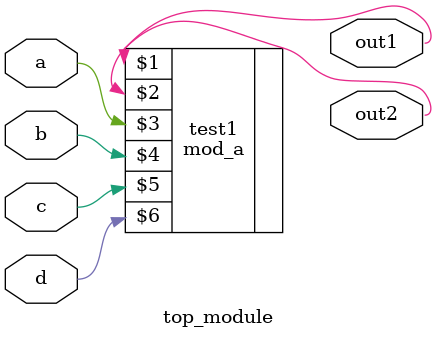
<source format=v>
module top_module ( 
    input a, 
    input b, 
    input c,
    input d,
    output out1,
    output out2
);
    
    mod_a test1(out1,
                out2,
                a,
                b,
                c,
                d
               );

endmodule

</source>
